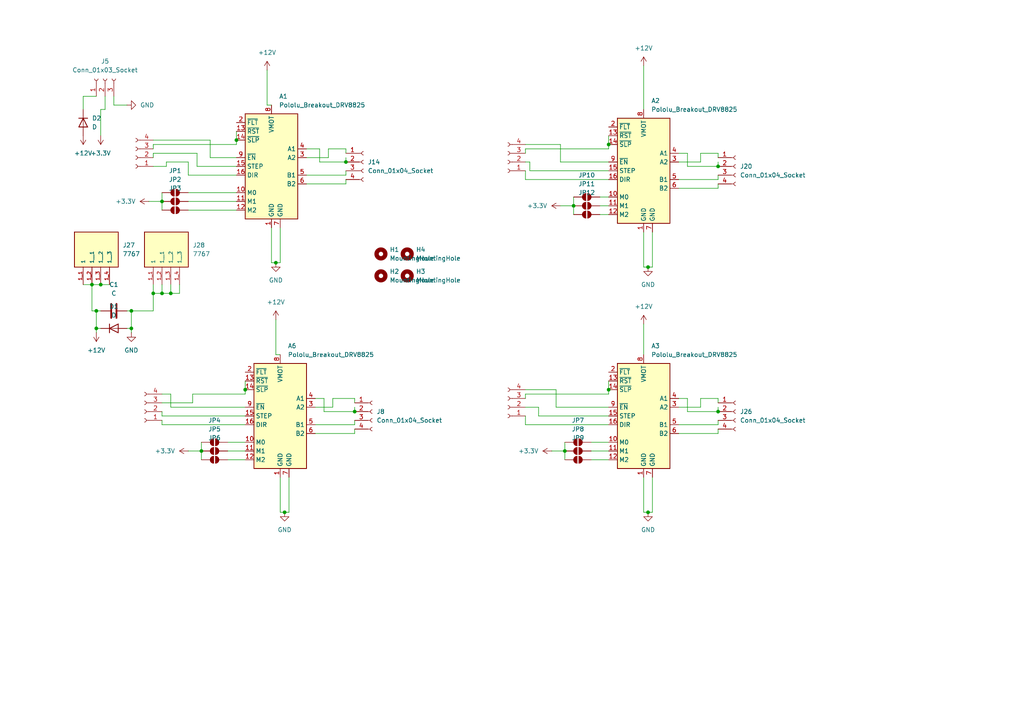
<source format=kicad_sch>
(kicad_sch (version 20231120) (generator "eeschema") (generator_version "8.0")
  (paper "A4")
  (lib_symbols
    (symbol "7767:7767" (pin_names (offset 1.016))
      (property "Reference" "J" (at -5.08 3.302 0))
      (property "Value" "7767" (at -5.08 -12.7 0))
      (symbol "7767_0_0"
        (rectangle (start -5.08 -10.16) (end 5.08 2.54) (stroke (width 0.254)) (fill (type background)))
        (pin passive line (at -10.16 0 0) (length 5.08) (name "1") (number "1_1"))
        (pin passive line (at -10.16 -2.54 0) (length 5.08) (name "1__1") (number "1_2"))
        (pin passive line (at -10.16 -5.08 0) (length 5.08) (name "1__2") (number "1_3"))
        (pin passive line (at -10.16 -7.62 0) (length 5.08) (name "1__3") (number "1_4"))
      )
    )
    (symbol "Connector:Conn_01x03_Socket" (pin_names (offset 1.016) hide)
      (property "Reference" "J" (at 0 5.08 0))
      (property "Value" "Conn_01x03_Socket" (at 0 -5.08 0))
      (symbol "Conn_01x03_Socket_1_1"
        (arc (start 0 -2.032) (mid -0.5058 -2.54) (end 0 -3.048) (stroke (width 0.1524)))
        (polyline (pts (xy -1.27 -2.54) (xy -0.508 -2.54)) (stroke (width 0.1524)))
        (polyline (pts (xy -1.27 0) (xy -0.508 0)) (stroke (width 0.1524)))
        (polyline (pts (xy -1.27 2.54) (xy -0.508 2.54)) (stroke (width 0.1524)))
        (arc (start 0 0.508) (mid -0.5058 0) (end 0 -0.508) (stroke (width 0.1524)))
        (arc (start 0 3.048) (mid -0.5058 2.54) (end 0 2.032) (stroke (width 0.1524)))
        (pin passive line (at -5.08 2.54 0) (length 3.81) (name "Pin_1") (number "1"))
        (pin passive line (at -5.08 0 0) (length 3.81) (name "Pin_2") (number "2"))
        (pin passive line (at -5.08 -2.54 0) (length 3.81) (name "Pin_3") (number "3"))
      )
    )
    (symbol "Connector:Conn_01x04_Socket" (pin_names (offset 1.016) hide)
      (property "Reference" "J" (at 0 5.08 0))
      (property "Value" "Conn_01x04_Socket" (at 0 -7.62 0))
      (symbol "Conn_01x04_Socket_1_1"
        (arc (start 0 -4.572) (mid -0.5058 -5.08) (end 0 -5.588) (stroke (width 0.1524)))
        (arc (start 0 -2.032) (mid -0.5058 -2.54) (end 0 -3.048) (stroke (width 0.1524)))
        (polyline (pts (xy -1.27 -5.08) (xy -0.508 -5.08)) (stroke (width 0.1524)))
        (polyline (pts (xy -1.27 -2.54) (xy -0.508 -2.54)) (stroke (width 0.1524)))
        (polyline (pts (xy -1.27 0) (xy -0.508 0)) (stroke (width 0.1524)))
        (polyline (pts (xy -1.27 2.54) (xy -0.508 2.54)) (stroke (width 0.1524)))
        (arc (start 0 0.508) (mid -0.5058 0) (end 0 -0.508) (stroke (width 0.1524)))
        (arc (start 0 3.048) (mid -0.5058 2.54) (end 0 2.032) (stroke (width 0.1524)))
        (pin passive line (at -5.08 2.54 0) (length 3.81) (name "Pin_1") (number "1"))
        (pin passive line (at -5.08 0 0) (length 3.81) (name "Pin_2") (number "2"))
        (pin passive line (at -5.08 -2.54 0) (length 3.81) (name "Pin_3") (number "3"))
        (pin passive line (at -5.08 -5.08 0) (length 3.81) (name "Pin_4") (number "4"))
      )
    )
    (symbol "Device:C" (pin_numbers hide) (pin_names (offset 0.254))
      (property "Reference" "C" (at 0.635 2.54 0))
      (property "Value" "C" (at 0.635 -2.54 0))
      (symbol "C_0_1"
        (polyline (pts (xy -2.032 -0.762) (xy 2.032 -0.762)) (stroke (width 0.508)))
        (polyline (pts (xy -2.032 0.762) (xy 2.032 0.762)) (stroke (width 0.508)))
      )
      (symbol "C_1_1"
        (pin passive line (at 0 3.81 270) (length 2.794) (name "~") (number "1"))
        (pin passive line (at 0 -3.81 90) (length 2.794) (name "~") (number "2"))
      )
    )
    (symbol "Device:D" (pin_numbers hide) (pin_names (offset 1.016) hide)
      (property "Reference" "D" (at 0 2.54 0))
      (property "Value" "D" (at 0 -2.54 0))
      (symbol "D_0_1"
        (polyline (pts (xy -1.27 1.27) (xy -1.27 -1.27)) (stroke (width 0.254)))
        (polyline (pts (xy 1.27 0) (xy -1.27 0)))
        (polyline (pts (xy 1.27 1.27) (xy 1.27 -1.27) (xy -1.27 0) (xy 1.27 1.27)) (stroke (width 0.254)))
      )
      (symbol "D_1_1"
        (pin passive line (at -3.81 0 0) (length 2.54) (name "K") (number "1"))
        (pin passive line (at 3.81 0 180) (length 2.54) (name "A") (number "2"))
      )
    )
    (symbol "Driver_Motor:Pololu_Breakout_DRV8825"
      (property "Reference" "A" (at -2.54 16.51 0))
      (property "Value" "Pololu_Breakout_DRV8825" (at -2.54 13.97 0))
      (symbol "Pololu_Breakout_DRV8825_0_1"
        (rectangle (start 7.62 -17.78) (end -7.62 12.7) (stroke (width 0.254)) (fill (type background)))
      )
      (symbol "Pololu_Breakout_DRV8825_1_1"
        (pin power_in line (at 0 -20.32 90) (length 2.54) (name "GND") (number "1"))
        (pin input line (at -10.16 -10.16 0) (length 2.54) (name "M0") (number "10"))
        (pin input line (at -10.16 -12.7 0) (length 2.54) (name "M1") (number "11"))
        (pin input line (at -10.16 -15.24 0) (length 2.54) (name "M2") (number "12"))
        (pin input line (at -10.16 7.62 0) (length 2.54) (name "~{RST}") (number "13"))
        (pin input line (at -10.16 5.08 0) (length 2.54) (name "~{SLP}") (number "14"))
        (pin input line (at -10.16 -2.54 0) (length 2.54) (name "STEP") (number "15"))
        (pin input line (at -10.16 -5.08 0) (length 2.54) (name "DIR") (number "16"))
        (pin output line (at -10.16 10.16 0) (length 2.54) (name "~{FLT}") (number "2"))
        (pin output line (at 10.16 0 180) (length 2.54) (name "A2") (number "3"))
        (pin output line (at 10.16 2.54 180) (length 2.54) (name "A1") (number "4"))
        (pin output line (at 10.16 -5.08 180) (length 2.54) (name "B1") (number "5"))
        (pin output line (at 10.16 -7.62 180) (length 2.54) (name "B2") (number "6"))
        (pin power_in line (at 2.54 -20.32 90) (length 2.54) (name "GND") (number "7"))
        (pin power_in line (at 0 15.24 270) (length 2.54) (name "VMOT") (number "8"))
        (pin input line (at -10.16 0 0) (length 2.54) (name "~{EN}") (number "9"))
      )
    )
    (symbol "Jumper:SolderJumper_2_Open" (pin_numbers hide) (pin_names (offset 0) hide) (exclude_from_sim yes) (in_bom no)
      (property "Reference" "JP" (at 0 2.032 0))
      (property "Value" "SolderJumper_2_Open" (at 0 -2.54 0))
      (symbol "SolderJumper_2_Open_0_1"
        (arc (start -0.254 1.016) (mid -1.2656 0) (end -0.254 -1.016))
        (arc (start -0.254 1.016) (mid -1.2656 0) (end -0.254 -1.016) (fill (type outline)))
        (polyline (pts (xy -0.254 1.016) (xy -0.254 -1.016)))
        (polyline (pts (xy 0.254 1.016) (xy 0.254 -1.016)))
        (arc (start 0.254 -1.016) (mid 1.2656 0) (end 0.254 1.016))
        (arc (start 0.254 -1.016) (mid 1.2656 0) (end 0.254 1.016) (fill (type outline)))
      )
      (symbol "SolderJumper_2_Open_1_1"
        (pin passive line (at -3.81 0 0) (length 2.54) (name "A") (number "1"))
        (pin passive line (at 3.81 0 180) (length 2.54) (name "B") (number "2"))
      )
    )
    (symbol "Mechanical:MountingHole" (pin_names (offset 1.016)) (exclude_from_sim yes) (in_bom no)
      (property "Reference" "H" (at 0 5.08 0))
      (property "Value" "MountingHole" (at 0 3.175 0))
      (symbol "MountingHole_0_1"
        (circle (center 0 0) (radius 1.27) (stroke (width 1.27)))
      )
    )
    (symbol "power:+12V" (power) (pin_numbers hide) (pin_names (offset 0) hide)
      (property "Value" "+12V" (at 0 3.556 0))
      (symbol "+12V_0_1"
        (polyline (pts (xy -0.762 1.27) (xy 0 2.54)))
        (polyline (pts (xy 0 0) (xy 0 2.54)))
        (polyline (pts (xy 0 2.54) (xy 0.762 1.27)))
      )
      (symbol "+12V_1_1"
        (pin power_in line (at 0 0 90) (length 0) (name "~") (number "1"))
      )
    )
    (symbol "power:+3.3V" (power) (pin_numbers hide) (pin_names (offset 0) hide)
      (property "Value" "+3.3V" (at 0 3.556 0))
      (symbol "+3.3V_0_1"
        (polyline (pts (xy -0.762 1.27) (xy 0 2.54)))
        (polyline (pts (xy 0 0) (xy 0 2.54)))
        (polyline (pts (xy 0 2.54) (xy 0.762 1.27)))
      )
      (symbol "+3.3V_1_1"
        (pin power_in line (at 0 0 90) (length 0) (name "~") (number "1"))
      )
    )
    (symbol "power:GND" (power) (pin_numbers hide) (pin_names (offset 0) hide)
      (property "Value" "GND" (at 0 -3.81 0))
      (symbol "GND_0_1"
        (polyline (pts (xy 0 0) (xy 0 -1.27) (xy 1.27 -1.27) (xy 0 -2.54) (xy -1.27 -1.27) (xy 0 -1.27)))
      )
      (symbol "GND_1_1"
        (pin power_in line (at 0 0 270) (length 0) (name "~") (number "1"))
      )
    )
  )
  (junction (at 38.1 90.17))
  (junction (at 49.53 85.09))
  (junction (at 100.33 46.99))
  (junction (at 27.94 95.25))
  (junction (at 27.94 90.17))
  (junction (at 46.99 58.42))
  (junction (at 44.45 85.09))
  (junction (at 102.87 119.38))
  (junction (at 26.67 82.55))
  (junction (at 46.99 85.09))
  (junction (at 166.37 59.69))
  (junction (at 176.53 113.03))
  (junction (at 163.83 130.81))
  (junction (at 38.1 95.25))
  (junction (at 187.96 77.47))
  (junction (at 71.12 113.03))
  (junction (at 58.42 130.81))
  (junction (at 82.55 148.59))
  (junction (at 208.28 48.26))
  (junction (at 29.21 82.55))
  (junction (at 176.53 41.91))
  (junction (at 80.01 76.2))
  (junction (at 187.96 148.59))
  (junction (at 208.28 119.38))
  (junction (at 68.58 40.64))
  (wire (pts (xy 27.94 27.94) (xy 24.13 27.94)))
  (wire (pts (xy 66.04 133.35) (xy 71.12 133.35)))
  (wire (pts (xy 173.99 62.23) (xy 176.53 62.23)))
  (wire (pts (xy 88.9 50.8) (xy 100.33 50.8)))
  (wire (pts (xy 54.61 55.88) (xy 68.58 55.88)))
  (wire (pts (xy 162.56 46.99) (xy 162.56 41.91)))
  (wire (pts (xy 54.61 130.81) (xy 58.42 130.81)))
  (wire (pts (xy 152.4 114.3) (xy 152.4 115.57)))
  (wire (pts (xy 102.87 115.57) (xy 102.87 116.84)))
  (wire (pts (xy 80.01 102.87) (xy 81.28 102.87)))
  (wire (pts (xy 203.2 46.99) (xy 203.2 44.45)))
  (wire (pts (xy 166.37 57.15) (xy 166.37 59.69)))
  (wire (pts (xy 176.53 46.99) (xy 162.56 46.99)))
  (wire (pts (xy 208.28 118.11) (xy 208.28 119.38)))
  (wire (pts (xy 36.83 90.17) (xy 38.1 90.17)))
  (wire (pts (xy 88.9 43.18) (xy 92.71 43.18)))
  (wire (pts (xy 100.33 53.34) (xy 100.33 52.07)))
  (wire (pts (xy 80.01 92.71) (xy 80.01 102.87)))
  (wire (pts (xy 46.99 55.88) (xy 46.99 58.42)))
  (wire (pts (xy 49.53 118.11) (xy 49.53 114.3)))
  (wire (pts (xy 196.85 52.07) (xy 208.28 52.07)))
  (wire (pts (xy 43.18 58.42) (xy 46.99 58.42)))
  (wire (pts (xy 68.58 38.1) (xy 68.58 40.64)))
  (wire (pts (xy 52.07 82.55) (xy 52.07 85.09)))
  (wire (pts (xy 176.53 118.11) (xy 161.29 118.11)))
  (wire (pts (xy 196.85 46.99) (xy 203.2 46.99)))
  (wire (pts (xy 44.45 85.09) (xy 44.45 90.17)))
  (wire (pts (xy 27.94 95.25) (xy 29.21 95.25)))
  (wire (pts (xy 55.88 116.84) (xy 46.99 116.84)))
  (wire (pts (xy 171.45 133.35) (xy 176.53 133.35)))
  (wire (pts (xy 152.4 123.19) (xy 152.4 120.65)))
  (wire (pts (xy 78.74 76.2) (xy 80.01 76.2)))
  (wire (pts (xy 66.04 130.81) (xy 71.12 130.81)))
  (wire (pts (xy 44.45 44.45) (xy 44.45 45.72)))
  (wire (pts (xy 46.99 123.19) (xy 46.99 121.92)))
  (wire (pts (xy 95.25 43.18) (xy 100.33 43.18)))
  (wire (pts (xy 58.42 130.81) (xy 58.42 133.35)))
  (wire (pts (xy 162.56 59.69) (xy 166.37 59.69)))
  (wire (pts (xy 186.69 138.43) (xy 186.69 148.59)))
  (wire (pts (xy 93.98 115.57) (xy 93.98 119.38)))
  (wire (pts (xy 55.88 114.3) (xy 55.88 116.84)))
  (wire (pts (xy 153.67 46.99) (xy 152.4 46.99)))
  (wire (pts (xy 186.69 77.47) (xy 187.96 77.47)))
  (wire (pts (xy 152.4 123.19) (xy 176.53 123.19)))
  (wire (pts (xy 208.28 123.19) (xy 208.28 121.92)))
  (wire (pts (xy 91.44 115.57) (xy 93.98 115.57)))
  (wire (pts (xy 203.2 115.57) (xy 208.28 115.57)))
  (wire (pts (xy 91.44 125.73) (xy 102.87 125.73)))
  (wire (pts (xy 199.39 48.26) (xy 208.28 48.26)))
  (wire (pts (xy 29.21 31.75) (xy 30.48 31.75)))
  (wire (pts (xy 48.26 46.99) (xy 54.61 46.99)))
  (wire (pts (xy 54.61 60.96) (xy 68.58 60.96)))
  (wire (pts (xy 162.56 41.91) (xy 152.4 41.91)))
  (wire (pts (xy 189.23 138.43) (xy 189.23 148.59)))
  (wire (pts (xy 49.53 82.55) (xy 49.53 85.09)))
  (wire (pts (xy 96.52 115.57) (xy 102.87 115.57)))
  (wire (pts (xy 186.69 148.59) (xy 187.96 148.59)))
  (wire (pts (xy 71.12 114.3) (xy 55.88 114.3)))
  (wire (pts (xy 78.74 66.04) (xy 78.74 76.2)))
  (wire (pts (xy 91.44 123.19) (xy 102.87 123.19)))
  (wire (pts (xy 102.87 118.11) (xy 102.87 119.38)))
  (wire (pts (xy 163.83 130.81) (xy 163.83 133.35)))
  (wire (pts (xy 77.47 30.48) (xy 78.74 30.48)))
  (wire (pts (xy 186.69 93.98) (xy 186.69 102.87)))
  (wire (pts (xy 38.1 90.17) (xy 38.1 95.25)))
  (wire (pts (xy 81.28 148.59) (xy 82.55 148.59)))
  (wire (pts (xy 77.47 20.32) (xy 77.47 30.48)))
  (wire (pts (xy 208.28 125.73) (xy 208.28 124.46)))
  (wire (pts (xy 196.85 115.57) (xy 199.39 115.57)))
  (wire (pts (xy 36.83 95.25) (xy 38.1 95.25)))
  (wire (pts (xy 92.71 46.99) (xy 100.33 46.99)))
  (wire (pts (xy 27.94 90.17) (xy 27.94 95.25)))
  (wire (pts (xy 189.23 148.59) (xy 187.96 148.59)))
  (wire (pts (xy 153.67 49.53) (xy 153.67 46.99)))
  (wire (pts (xy 24.13 82.55) (xy 26.67 82.55)))
  (wire (pts (xy 186.69 19.05) (xy 186.69 31.75)))
  (wire (pts (xy 33.02 27.94) (xy 33.02 30.48)))
  (wire (pts (xy 171.45 128.27) (xy 176.53 128.27)))
  (wire (pts (xy 189.23 77.47) (xy 187.96 77.47)))
  (wire (pts (xy 208.28 44.45) (xy 208.28 45.72)))
  (wire (pts (xy 44.45 41.91) (xy 44.45 43.18)))
  (wire (pts (xy 44.45 44.45) (xy 57.15 44.45)))
  (wire (pts (xy 83.82 148.59) (xy 82.55 148.59)))
  (wire (pts (xy 71.12 118.11) (xy 49.53 118.11)))
  (wire (pts (xy 160.02 130.81) (xy 163.83 130.81)))
  (wire (pts (xy 196.85 123.19) (xy 208.28 123.19)))
  (wire (pts (xy 91.44 118.11) (xy 96.52 118.11)))
  (wire (pts (xy 176.53 114.3) (xy 152.4 114.3)))
  (wire (pts (xy 161.29 113.03) (xy 152.4 113.03)))
  (wire (pts (xy 176.53 114.3) (xy 176.53 113.03)))
  (wire (pts (xy 156.21 118.11) (xy 152.4 118.11)))
  (wire (pts (xy 208.28 115.57) (xy 208.28 116.84)))
  (wire (pts (xy 96.52 118.11) (xy 96.52 115.57)))
  (wire (pts (xy 33.02 30.48) (xy 36.83 30.48)))
  (wire (pts (xy 196.85 44.45) (xy 199.39 44.45)))
  (wire (pts (xy 46.99 120.65) (xy 71.12 120.65)))
  (wire (pts (xy 58.42 128.27) (xy 58.42 130.81)))
  (wire (pts (xy 199.39 115.57) (xy 199.39 119.38)))
  (wire (pts (xy 24.13 27.94) (xy 24.13 31.75)))
  (wire (pts (xy 186.69 67.31) (xy 186.69 77.47)))
  (wire (pts (xy 48.26 48.26) (xy 44.45 48.26)))
  (wire (pts (xy 29.21 39.37) (xy 29.21 31.75)))
  (wire (pts (xy 49.53 85.09) (xy 46.99 85.09)))
  (wire (pts (xy 81.28 76.2) (xy 80.01 76.2)))
  (wire (pts (xy 44.45 41.91) (xy 68.58 41.91)))
  (wire (pts (xy 46.99 120.65) (xy 46.99 119.38)))
  (wire (pts (xy 156.21 120.65) (xy 176.53 120.65)))
  (wire (pts (xy 81.28 138.43) (xy 81.28 148.59)))
  (wire (pts (xy 49.53 114.3) (xy 46.99 114.3)))
  (wire (pts (xy 44.45 82.55) (xy 44.45 85.09)))
  (wire (pts (xy 153.67 49.53) (xy 176.53 49.53)))
  (wire (pts (xy 152.4 52.07) (xy 176.53 52.07)))
  (wire (pts (xy 30.48 31.75) (xy 30.48 27.94)))
  (wire (pts (xy 27.94 95.25) (xy 27.94 96.52)))
  (wire (pts (xy 60.96 45.72) (xy 60.96 40.64)))
  (wire (pts (xy 46.99 123.19) (xy 71.12 123.19)))
  (wire (pts (xy 171.45 130.81) (xy 176.53 130.81)))
  (wire (pts (xy 203.2 44.45) (xy 208.28 44.45)))
  (wire (pts (xy 100.33 50.8) (xy 100.33 49.53)))
  (wire (pts (xy 57.15 44.45) (xy 57.15 48.26)))
  (wire (pts (xy 81.28 66.04) (xy 81.28 76.2)))
  (wire (pts (xy 189.23 67.31) (xy 189.23 77.47)))
  (wire (pts (xy 46.99 85.09) (xy 44.45 85.09)))
  (wire (pts (xy 199.39 44.45) (xy 199.39 48.26)))
  (wire (pts (xy 93.98 119.38) (xy 102.87 119.38)))
  (wire (pts (xy 71.12 110.49) (xy 71.12 113.03)))
  (wire (pts (xy 26.67 82.55) (xy 29.21 82.55)))
  (wire (pts (xy 100.33 45.72) (xy 100.33 46.99)))
  (wire (pts (xy 48.26 46.99) (xy 48.26 48.26)))
  (wire (pts (xy 52.07 85.09) (xy 49.53 85.09)))
  (wire (pts (xy 46.99 58.42) (xy 46.99 60.96)))
  (wire (pts (xy 156.21 120.65) (xy 156.21 118.11)))
  (wire (pts (xy 176.53 43.18) (xy 152.4 43.18)))
  (wire (pts (xy 196.85 125.73) (xy 208.28 125.73)))
  (wire (pts (xy 208.28 46.99) (xy 208.28 48.26)))
  (wire (pts (xy 100.33 43.18) (xy 100.33 44.45)))
  (wire (pts (xy 71.12 114.3) (xy 71.12 113.03)))
  (wire (pts (xy 44.45 90.17) (xy 38.1 90.17)))
  (wire (pts (xy 166.37 59.69) (xy 166.37 62.23)))
  (wire (pts (xy 54.61 58.42) (xy 68.58 58.42)))
  (wire (pts (xy 26.67 90.17) (xy 27.94 90.17)))
  (wire (pts (xy 88.9 45.72) (xy 95.25 45.72)))
  (wire (pts (xy 95.25 45.72) (xy 95.25 43.18)))
  (wire (pts (xy 44.45 40.64) (xy 60.96 40.64)))
  (wire (pts (xy 88.9 53.34) (xy 100.33 53.34)))
  (wire (pts (xy 38.1 95.25) (xy 38.1 96.52)))
  (wire (pts (xy 152.4 52.07) (xy 152.4 49.53)))
  (wire (pts (xy 29.21 82.55) (xy 31.75 82.55)))
  (wire (pts (xy 68.58 45.72) (xy 60.96 45.72)))
  (wire (pts (xy 54.61 50.8) (xy 68.58 50.8)))
  (wire (pts (xy 46.99 82.55) (xy 46.99 85.09)))
  (wire (pts (xy 66.04 128.27) (xy 71.12 128.27)))
  (wire (pts (xy 152.4 43.18) (xy 152.4 44.45)))
  (wire (pts (xy 92.71 43.18) (xy 92.71 46.99)))
  (wire (pts (xy 176.53 43.18) (xy 176.53 41.91)))
  (wire (pts (xy 83.82 138.43) (xy 83.82 148.59)))
  (wire (pts (xy 176.53 110.49) (xy 176.53 113.03)))
  (wire (pts (xy 208.28 52.07) (xy 208.28 50.8)))
  (wire (pts (xy 208.28 54.61) (xy 208.28 53.34)))
  (wire (pts (xy 26.67 82.55) (xy 26.67 90.17)))
  (wire (pts (xy 102.87 125.73) (xy 102.87 124.46)))
  (wire (pts (xy 161.29 118.11) (xy 161.29 113.03)))
  (wire (pts (xy 57.15 48.26) (xy 68.58 48.26)))
  (wire (pts (xy 196.85 118.11) (xy 203.2 118.11)))
  (wire (pts (xy 54.61 46.99) (xy 54.61 50.8)))
  (wire (pts (xy 176.53 39.37) (xy 176.53 41.91)))
  (wire (pts (xy 196.85 54.61) (xy 208.28 54.61)))
  (wire (pts (xy 173.99 59.69) (xy 176.53 59.69)))
  (wire (pts (xy 173.99 57.15) (xy 176.53 57.15)))
  (wire (pts (xy 68.58 41.91) (xy 68.58 40.64)))
  (wire (pts (xy 163.83 128.27) (xy 163.83 130.81)))
  (wire (pts (xy 27.94 90.17) (xy 29.21 90.17)))
  (wire (pts (xy 199.39 119.38) (xy 208.28 119.38)))
  (wire (pts (xy 102.87 123.19) (xy 102.87 121.92)))
  (wire (pts (xy 203.2 118.11) (xy 203.2 115.57)))
  (symbol (lib_id "Jumper:SolderJumper_2_Open") (at 167.64 130.81 0) (unit 1) (exclude_from_sim yes) (in_bom no)
    (property "Reference" "JP8" (at 167.64 124.46 0))
    (property "Value" "SolderJumper_2_Open" (effects (hide yes)))
    (property "Footprint" "Jumper:SolderJumper-2_P1.3mm_Open_Pad1.0x1.5mm" (effects (hide yes)))
    (property "Description" "Solder Jumper, 2-pole, open" (effects (hide yes)))
  )
  (symbol (lib_id "power:+12V") (at 186.69 19.05 0) (unit 1)
    (property "Reference" "#PWR06" (effects (hide yes)))
    (property "Value" "+12V" (at 186.69 13.97 0))
    (property "Description" "Power symbol creates a global label with name \"+12V\"" (effects (hide yes)))
  )
  (symbol (lib_id "Connector:Conn_01x04_Socket") (at 147.32 46.99 180) (unit 1)
    (property "Reference" "J3" (effects (hide yes)))
    (property "Value" "Conn_01x04_Socket" (effects (hide yes)))
    (property "Footprint" "Connector_PinHeader_2.54mm:PinHeader_1x04_P2.54mm_Vertical" (effects (hide yes)))
    (property "Description" "Generic connector, single row, 01x04, script generated" (effects (hide yes)))
  )
  (symbol (lib_id "power:+3.3V") (at 54.61 130.81 90) (unit 1)
    (property "Reference" "#PWR015" (effects (hide yes)))
    (property "Value" "+3.3V" (at 50.8 130.8099 90) (effects (justify left)))
    (property "Description" "Power symbol creates a global label with name \"+3.3V\"" (effects (hide yes)))
  )
  (symbol (lib_id "Device:C") (at 33.02 90.17 90) (unit 1)
    (property "Reference" "C1" (at 33.02 82.55 90))
    (property "Value" "C" (at 33.02 85.09 90))
    (property "Footprint" "Capacitor_THT:CP_Radial_D13.0mm_P5.00mm" (effects (hide yes)))
    (property "Description" "Unpolarized capacitor" (effects (hide yes)))
  )
  (symbol (lib_id "Jumper:SolderJumper_2_Open") (at 62.23 130.81 0) (unit 1) (exclude_from_sim yes) (in_bom no)
    (property "Reference" "JP5" (at 62.23 124.46 0))
    (property "Value" "SolderJumper_2_Open" (effects (hide yes)))
    (property "Footprint" "Jumper:SolderJumper-2_P1.3mm_Open_Pad1.0x1.5mm" (effects (hide yes)))
    (property "Description" "Solder Jumper, 2-pole, open" (effects (hide yes)))
  )
  (symbol (lib_id "Mechanical:MountingHole") (at 110.49 80.01 0) (unit 1) (exclude_from_sim yes) (in_bom no)
    (property "Reference" "H2" (at 113.03 78.7399 0) (effects (justify left)))
    (property "Value" "MountingHole" (at 113.03 81.2799 0) (effects (justify left)))
    (property "Footprint" "MountingHole:MountingHole_2.5mm_Pad_TopBottom" (effects (hide yes)))
    (property "Description" "Mounting Hole without connection" (effects (hide yes)))
  )
  (symbol (lib_id "Jumper:SolderJumper_2_Open") (at 170.18 57.15 0) (unit 1) (exclude_from_sim yes) (in_bom no)
    (property "Reference" "JP10" (at 170.18 50.8 0))
    (property "Value" "SolderJumper_2_Open" (effects (hide yes)))
    (property "Footprint" "Jumper:SolderJumper-2_P1.3mm_Open_Pad1.0x1.5mm" (effects (hide yes)))
    (property "Description" "Solder Jumper, 2-pole, open" (effects (hide yes)))
  )
  (symbol (lib_id "Mechanical:MountingHole") (at 118.11 73.66 0) (unit 1) (exclude_from_sim yes) (in_bom no)
    (property "Reference" "H4" (at 120.65 72.3899 0) (effects (justify left)))
    (property "Value" "MountingHole" (at 120.65 74.9299 0) (effects (justify left)))
    (property "Footprint" "MountingHole:MountingHole_2.5mm_Pad_TopBottom" (effects (hide yes)))
    (property "Description" "Mounting Hole without connection" (effects (hide yes)))
  )
  (symbol (lib_id "Driver_Motor:Pololu_Breakout_DRV8825") (at 81.28 118.11 0) (unit 1)
    (property "Reference" "A6" (at 83.4741 100.33 0) (effects (justify left)))
    (property "Value" "Pololu_Breakout_DRV8825" (at 83.4741 102.87 0) (effects (justify left)))
    (property "Footprint" "Module:Pololu_Breakout-16_15.2x20.3mm" (effects (hide yes)))
    (property "Datasheet" "https://www.pololu.com/product/2982" (effects (hide yes)))
    (property "Description" "Pololu Breakout Board, Stepper Driver DRV8825" (effects (hide yes)))
  )
  (symbol (lib_id "power:GND") (at 187.96 77.47 0) (unit 1)
    (property "Reference" "#PWR02" (effects (hide yes)))
    (property "Value" "GND" (at 187.96 82.55 0))
    (property "Description" "Power symbol creates a global label with name \"GND\" , ground" (effects (hide yes)))
  )
  (symbol (lib_id "power:+12V") (at 24.13 39.37 180) (unit 1)
    (property "Reference" "#PWR013" (effects (hide yes)))
    (property "Value" "+12V" (at 24.13 44.45 0))
    (property "Description" "Power symbol creates a global label with name \"+12V\"" (effects (hide yes)))
  )
  (symbol (lib_id "power:+3.3V") (at 162.56 59.69 90) (unit 1)
    (property "Reference" "#PWR017" (effects (hide yes)))
    (property "Value" "+3.3V" (at 158.75 59.6899 90) (effects (justify left)))
    (property "Description" "Power symbol creates a global label with name \"+3.3V\"" (effects (hide yes)))
  )
  (symbol (lib_id "Connector:Conn_01x04_Socket") (at 213.36 48.26 0) (unit 1)
    (property "Reference" "J20" (at 214.63 48.2599 0) (effects (justify left)))
    (property "Value" "Conn_01x04_Socket" (at 214.63 50.7999 0) (effects (justify left)))
    (property "Footprint" "Connector_PinHeader_2.54mm:PinHeader_1x04_P2.54mm_Vertical" (effects (hide yes)))
    (property "Description" "Generic connector, single row, 01x04, script generated" (effects (hide yes)))
  )
  (symbol (lib_id "power:GND") (at 82.55 148.59 0) (unit 1)
    (property "Reference" "#PWR03" (effects (hide yes)))
    (property "Value" "GND" (at 82.55 153.67 0))
    (property "Description" "Power symbol creates a global label with name \"GND\" , ground" (effects (hide yes)))
  )
  (symbol (lib_id "Mechanical:MountingHole") (at 110.49 73.66 0) (unit 1) (exclude_from_sim yes) (in_bom no)
    (property "Reference" "H1" (at 113.03 72.3899 0) (effects (justify left)))
    (property "Value" "MountingHole" (at 113.03 74.9299 0) (effects (justify left)))
    (property "Footprint" "MountingHole:MountingHole_2.5mm_Pad_TopBottom" (effects (hide yes)))
    (property "Description" "Mounting Hole without connection" (effects (hide yes)))
  )
  (symbol (lib_id "Connector:Conn_01x04_Socket") (at 41.91 119.38 180) (unit 1)
    (property "Reference" "J1" (effects (hide yes)))
    (property "Value" "Conn_01x04_Socket" (effects (hide yes)))
    (property "Footprint" "Connector_PinHeader_2.54mm:PinHeader_1x04_P2.54mm_Vertical" (effects (hide yes)))
    (property "Description" "Generic connector, single row, 01x04, script generated" (effects (hide yes)))
  )
  (symbol (lib_id "Jumper:SolderJumper_2_Open") (at 167.64 128.27 0) (unit 1) (exclude_from_sim yes) (in_bom no)
    (property "Reference" "JP7" (at 167.64 121.92 0))
    (property "Value" "SolderJumper_2_Open" (effects (hide yes)))
    (property "Footprint" "Jumper:SolderJumper-2_P1.3mm_Open_Pad1.0x1.5mm" (effects (hide yes)))
    (property "Description" "Solder Jumper, 2-pole, open" (effects (hide yes)))
  )
  (symbol (lib_id "power:+12V") (at 80.01 92.71 0) (unit 1)
    (property "Reference" "#PWR08" (effects (hide yes)))
    (property "Value" "+12V" (at 80.01 87.63 0))
    (property "Description" "Power symbol creates a global label with name \"+12V\"" (effects (hide yes)))
  )
  (symbol (lib_id "power:+3.3V") (at 43.18 58.42 90) (unit 1)
    (property "Reference" "#PWR014" (effects (hide yes)))
    (property "Value" "+3.3V" (at 39.37 58.4199 90) (effects (justify left)))
    (property "Description" "Power symbol creates a global label with name \"+3.3V\"" (effects (hide yes)))
  )
  (symbol (lib_id "Jumper:SolderJumper_2_Open") (at 50.8 58.42 0) (unit 1) (exclude_from_sim yes) (in_bom no)
    (property "Reference" "JP2" (at 50.8 52.07 0))
    (property "Value" "SolderJumper_2_Open" (effects (hide yes)))
    (property "Footprint" "Jumper:SolderJumper-2_P1.3mm_Open_Pad1.0x1.5mm" (effects (hide yes)))
    (property "Description" "Solder Jumper, 2-pole, open" (effects (hide yes)))
  )
  (symbol (lib_id "power:GND") (at 36.83 30.48 90) (unit 1)
    (property "Reference" "#PWR012" (effects (hide yes)))
    (property "Value" "GND" (at 40.64 30.4799 90) (effects (justify right)))
    (property "Description" "Power symbol creates a global label with name \"GND\" , ground" (effects (hide yes)))
  )
  (symbol (lib_id "Mechanical:MountingHole") (at 118.11 80.01 0) (unit 1) (exclude_from_sim yes) (in_bom no)
    (property "Reference" "H3" (at 120.65 78.7399 0) (effects (justify left)))
    (property "Value" "MountingHole" (at 120.65 81.2799 0) (effects (justify left)))
    (property "Footprint" "MountingHole:MountingHole_2.5mm_Pad_TopBottom" (effects (hide yes)))
    (property "Description" "Mounting Hole without connection" (effects (hide yes)))
  )
  (symbol (lib_id "power:GND") (at 187.96 148.59 0) (unit 1)
    (property "Reference" "#PWR04" (effects (hide yes)))
    (property "Value" "GND" (at 187.96 153.67 0))
    (property "Description" "Power symbol creates a global label with name \"GND\" , ground" (effects (hide yes)))
  )
  (symbol (lib_id "Device:D") (at 33.02 95.25 0) (unit 1)
    (property "Reference" "D1" (at 33.02 88.9 0))
    (property "Value" "D" (at 33.02 91.44 0))
    (property "Footprint" "Diode_THT:D_A-405_P5.08mm_Vertical_AnodeUp" (effects (hide yes)))
    (property "Description" "Diode" (effects (hide yes)))
    (property "Sim.Device" "D" (effects (hide yes)))
    (property "Sim.Pins" "1=K 2=A" (effects (hide yes)))
  )
  (symbol (lib_id "power:+12V") (at 186.69 93.98 0) (unit 1)
    (property "Reference" "#PWR07" (effects (hide yes)))
    (property "Value" "+12V" (at 186.69 88.9 0))
    (property "Description" "Power symbol creates a global label with name \"+12V\"" (effects (hide yes)))
  )
  (symbol (lib_id "Jumper:SolderJumper_2_Open") (at 167.64 133.35 0) (unit 1) (exclude_from_sim yes) (in_bom no)
    (property "Reference" "JP9" (at 167.64 127 0))
    (property "Value" "SolderJumper_2_Open" (effects (hide yes)))
    (property "Footprint" "Jumper:SolderJumper-2_P1.3mm_Open_Pad1.0x1.5mm" (effects (hide yes)))
    (property "Description" "Solder Jumper, 2-pole, open" (effects (hide yes)))
  )
  (symbol (lib_id "Jumper:SolderJumper_2_Open") (at 62.23 128.27 0) (unit 1) (exclude_from_sim yes) (in_bom no)
    (property "Reference" "JP4" (at 62.23 121.92 0))
    (property "Value" "SolderJumper_2_Open" (effects (hide yes)))
    (property "Footprint" "Jumper:SolderJumper-2_P1.3mm_Open_Pad1.0x1.5mm" (effects (hide yes)))
    (property "Description" "Solder Jumper, 2-pole, open" (effects (hide yes)))
  )
  (symbol (lib_id "power:+3.3V") (at 29.21 39.37 180) (unit 1)
    (property "Reference" "#PWR011" (effects (hide yes)))
    (property "Value" "+3.3V" (at 29.21 44.45 0))
    (property "Description" "Power symbol creates a global label with name \"+3.3V\"" (effects (hide yes)))
  )
  (symbol (lib_id "Connector:Conn_01x03_Socket") (at 30.48 22.86 90) (unit 1)
    (property "Reference" "J5" (at 30.48 17.78 90))
    (property "Value" "Conn_01x03_Socket" (at 30.48 20.32 90))
    (property "Footprint" "Connector_PinHeader_2.54mm:PinHeader_1x03_P2.54mm_Vertical" (effects (hide yes)))
    (property "Description" "Generic connector, single row, 01x03, script generated" (effects (hide yes)))
  )
  (symbol (lib_id "Jumper:SolderJumper_2_Open") (at 170.18 62.23 0) (unit 1) (exclude_from_sim yes) (in_bom no)
    (property "Reference" "JP12" (at 170.18 55.88 0))
    (property "Value" "SolderJumper_2_Open" (effects (hide yes)))
    (property "Footprint" "Jumper:SolderJumper-2_P1.3mm_Open_Pad1.0x1.5mm" (effects (hide yes)))
    (property "Description" "Solder Jumper, 2-pole, open" (effects (hide yes)))
  )
  (symbol (lib_id "Connector:Conn_01x04_Socket") (at 39.37 45.72 180) (unit 1)
    (property "Reference" "J2" (effects (hide yes)))
    (property "Value" "Conn_01x04_Socket" (effects (hide yes)))
    (property "Footprint" "Connector_PinHeader_2.54mm:PinHeader_1x04_P2.54mm_Vertical" (effects (hide yes)))
    (property "Description" "Generic connector, single row, 01x04, script generated" (effects (hide yes)))
  )
  (symbol (lib_id "power:GND") (at 80.01 76.2 0) (unit 1)
    (property "Reference" "#PWR01" (effects (hide yes)))
    (property "Value" "GND" (at 80.01 81.28 0))
    (property "Description" "Power symbol creates a global label with name \"GND\" , ground" (effects (hide yes)))
  )
  (symbol (lib_id "Driver_Motor:Pololu_Breakout_DRV8825") (at 186.69 46.99 0) (unit 1)
    (property "Reference" "A2" (at 188.8841 29.21 0) (effects (justify left)))
    (property "Value" "Pololu_Breakout_DRV8825" (at 188.8841 31.75 0) (effects (justify left)))
    (property "Footprint" "Module:Pololu_Breakout-16_15.2x20.3mm" (effects (hide yes)))
    (property "Datasheet" "https://www.pololu.com/product/2982" (effects (hide yes)))
    (property "Description" "Pololu Breakout Board, Stepper Driver DRV8825" (effects (hide yes)))
  )
  (symbol (lib_id "Jumper:SolderJumper_2_Open") (at 170.18 59.69 0) (unit 1) (exclude_from_sim yes) (in_bom no)
    (property "Reference" "JP11" (at 170.18 53.34 0))
    (property "Value" "SolderJumper_2_Open" (effects (hide yes)))
    (property "Footprint" "Jumper:SolderJumper-2_P1.3mm_Open_Pad1.0x1.5mm" (effects (hide yes)))
    (property "Description" "Solder Jumper, 2-pole, open" (effects (hide yes)))
  )
  (symbol (lib_id "power:GND") (at 38.1 96.52 0) (unit 1)
    (property "Reference" "#PWR010" (effects (hide yes)))
    (property "Value" "GND" (at 38.1 101.6 0))
    (property "Description" "Power symbol creates a global label with name \"GND\" , ground" (effects (hide yes)))
  )
  (symbol (lib_id "power:+3.3V") (at 160.02 130.81 90) (unit 1)
    (property "Reference" "#PWR016" (effects (hide yes)))
    (property "Value" "+3.3V" (at 156.21 130.8099 90) (effects (justify left)))
    (property "Description" "Power symbol creates a global label with name \"+3.3V\"" (effects (hide yes)))
  )
  (symbol (lib_id "Jumper:SolderJumper_2_Open") (at 50.8 55.88 0) (unit 1) (exclude_from_sim yes) (in_bom no)
    (property "Reference" "JP1" (at 50.8 49.53 0))
    (property "Value" "SolderJumper_2_Open" (effects (hide yes)))
    (property "Footprint" "Jumper:SolderJumper-2_P1.3mm_Open_Pad1.0x1.5mm" (effects (hide yes)))
    (property "Description" "Solder Jumper, 2-pole, open" (effects (hide yes)))
  )
  (symbol (lib_id "Connector:Conn_01x04_Socket") (at 107.95 119.38 0) (unit 1)
    (property "Reference" "J8" (at 109.22 119.3799 0) (effects (justify left)))
    (property "Value" "Conn_01x04_Socket" (at 109.22 121.9199 0) (effects (justify left)))
    (property "Footprint" "Connector_PinHeader_2.54mm:PinHeader_1x04_P2.54mm_Vertical" (effects (hide yes)))
    (property "Description" "Generic connector, single row, 01x04, script generated" (effects (hide yes)))
  )
  (symbol (lib_id "Driver_Motor:Pololu_Breakout_DRV8825") (at 78.74 45.72 0) (unit 1)
    (property "Reference" "A1" (at 80.9341 27.94 0) (effects (justify left)))
    (property "Value" "Pololu_Breakout_DRV8825" (at 80.9341 30.48 0) (effects (justify left)))
    (property "Footprint" "Module:Pololu_Breakout-16_15.2x20.3mm" (effects (hide yes)))
    (property "Datasheet" "https://www.pololu.com/product/2982" (effects (hide yes)))
    (property "Description" "Pololu Breakout Board, Stepper Driver DRV8825" (effects (hide yes)))
  )
  (symbol (lib_id "Jumper:SolderJumper_2_Open") (at 62.23 133.35 0) (unit 1) (exclude_from_sim yes) (in_bom no)
    (property "Reference" "JP6" (at 62.23 127 0))
    (property "Value" "SolderJumper_2_Open" (effects (hide yes)))
    (property "Footprint" "Jumper:SolderJumper-2_P1.3mm_Open_Pad1.0x1.5mm" (effects (hide yes)))
    (property "Description" "Solder Jumper, 2-pole, open" (effects (hide yes)))
  )
  (symbol (lib_id "7767:7767") (at 44.45 72.39 90) (unit 1)
    (property "Reference" "J28" (at 55.88 71.1199 90) (effects (justify right)))
    (property "Value" "7767" (at 55.88 73.6599 90) (effects (justify right)))
    (property "Footprint" "misc:KEYSTONE_7767" (effects (hide yes)))
    (property "PARTREV" "B" (effects (hide yes)))
    (property "STANDARD" "Manufacturer Recommendations" (effects (hide yes)))
    (property "MAXIMUM_PACKAGE_HEIGHT" "6.56 mm" (effects (hide yes)))
    (property "MANUFACTURER" "Keystone Electronics" (effects (hide yes)))
  )
  (symbol (lib_id "Driver_Motor:Pololu_Breakout_DRV8825") (at 186.69 118.11 0) (unit 1)
    (property "Reference" "A3" (at 188.8841 100.33 0) (effects (justify left)))
    (property "Value" "Pololu_Breakout_DRV8825" (at 188.8841 102.87 0) (effects (justify left)))
    (property "Footprint" "Module:Pololu_Breakout-16_15.2x20.3mm" (effects (hide yes)))
    (property "Datasheet" "https://www.pololu.com/product/2982" (effects (hide yes)))
    (property "Description" "Pololu Breakout Board, Stepper Driver DRV8825" (effects (hide yes)))
  )
  (symbol (lib_id "power:+12V") (at 77.47 20.32 0) (unit 1)
    (property "Reference" "#PWR05" (effects (hide yes)))
    (property "Value" "+12V" (at 77.47 15.24 0))
    (property "Description" "Power symbol creates a global label with name \"+12V\"" (effects (hide yes)))
  )
  (symbol (lib_id "Jumper:SolderJumper_2_Open") (at 50.8 60.96 0) (unit 1) (exclude_from_sim yes) (in_bom no)
    (property "Reference" "JP3" (at 50.8 54.61 0))
    (property "Value" "SolderJumper_2_Open" (effects (hide yes)))
    (property "Footprint" "Jumper:SolderJumper-2_P1.3mm_Open_Pad1.0x1.5mm" (effects (hide yes)))
    (property "Description" "Solder Jumper, 2-pole, open" (effects (hide yes)))
  )
  (symbol (lib_id "Connector:Conn_01x04_Socket") (at 213.36 119.38 0) (unit 1)
    (property "Reference" "J26" (at 214.63 119.3799 0) (effects (justify left)))
    (property "Value" "Conn_01x04_Socket" (at 214.63 121.9199 0) (effects (justify left)))
    (property "Footprint" "Connector_PinHeader_2.54mm:PinHeader_1x04_P2.54mm_Vertical" (effects (hide yes)))
    (property "Description" "Generic connector, single row, 01x04, script generated" (effects (hide yes)))
  )
  (symbol (lib_id "7767:7767") (at 24.13 72.39 90) (unit 1)
    (property "Reference" "J27" (at 35.56 71.1199 90) (effects (justify right)))
    (property "Value" "7767" (at 35.56 73.6599 90) (effects (justify right)))
    (property "Footprint" "misc:KEYSTONE_7767" (effects (hide yes)))
    (property "PARTREV" "B" (effects (hide yes)))
    (property "STANDARD" "Manufacturer Recommendations" (effects (hide yes)))
    (property "MAXIMUM_PACKAGE_HEIGHT" "6.56 mm" (effects (hide yes)))
    (property "MANUFACTURER" "Keystone Electronics" (effects (hide yes)))
  )
  (symbol (lib_id "Connector:Conn_01x04_Socket") (at 147.32 118.11 180) (unit 1)
    (property "Reference" "J4" (effects (hide yes)))
    (property "Value" "Conn_01x04_Socket" (effects (hide yes)))
    (property "Footprint" "Connector_PinHeader_2.54mm:PinHeader_1x04_P2.54mm_Vertical" (effects (hide yes)))
    (property "Description" "Generic connector, single row, 01x04, script generated" (effects (hide yes)))
  )
  (symbol (lib_id "Device:D") (at 24.13 35.56 270) (unit 1)
    (property "Reference" "D2" (at 26.67 34.2899 90) (effects (justify left)))
    (property "Value" "D" (at 26.67 36.8299 90) (effects (justify left)))
    (property "Footprint" "Diode_THT:D_DO-27_P15.24mm_Horizontal" (effects (hide yes)))
    (property "Description" "Diode" (effects (hide yes)))
    (property "Sim.Device" "D" (effects (hide yes)))
    (property "Sim.Pins" "1=K 2=A" (effects (hide yes)))
  )
  (symbol (lib_id "power:+12V") (at 27.94 96.52 180) (unit 1)
    (property "Reference" "#PWR09" (effects (hide yes)))
    (property "Value" "+12V" (at 27.94 101.6 0))
    (property "Description" "Power symbol creates a global label with name \"+12V\"" (effects (hide yes)))
  )
  (symbol (lib_id "Connector:Conn_01x04_Socket") (at 105.41 46.99 0) (unit 1)
    (property "Reference" "J14" (at 106.68 46.9899 0) (effects (justify left)))
    (property "Value" "Conn_01x04_Socket" (at 106.68 49.5299 0) (effects (justify left)))
    (property "Footprint" "Connector_PinHeader_2.54mm:PinHeader_1x04_P2.54mm_Vertical" (effects (hide yes)))
    (property "Description" "Generic connector, single row, 01x04, script generated" (effects (hide yes)))
  )
)
</source>
